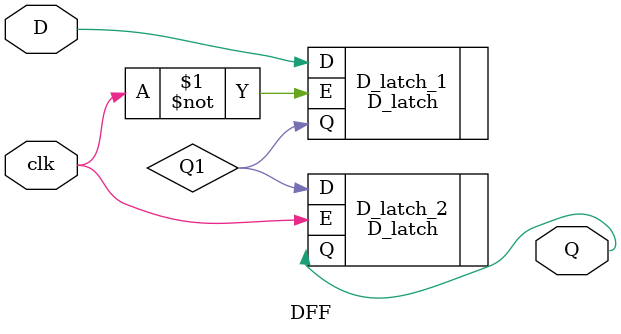
<source format=v>
`include "D_latch.v"
module DFF(clk, D, Q);
input        clk;
input        D;
output       Q;
wire         Q1;

D_latch D_latch_1(.E(~clk), .D(D), .Q(Q1));
D_latch D_latch_2(.E(clk), .D(Q1), .Q(Q));

endmodule
</source>
